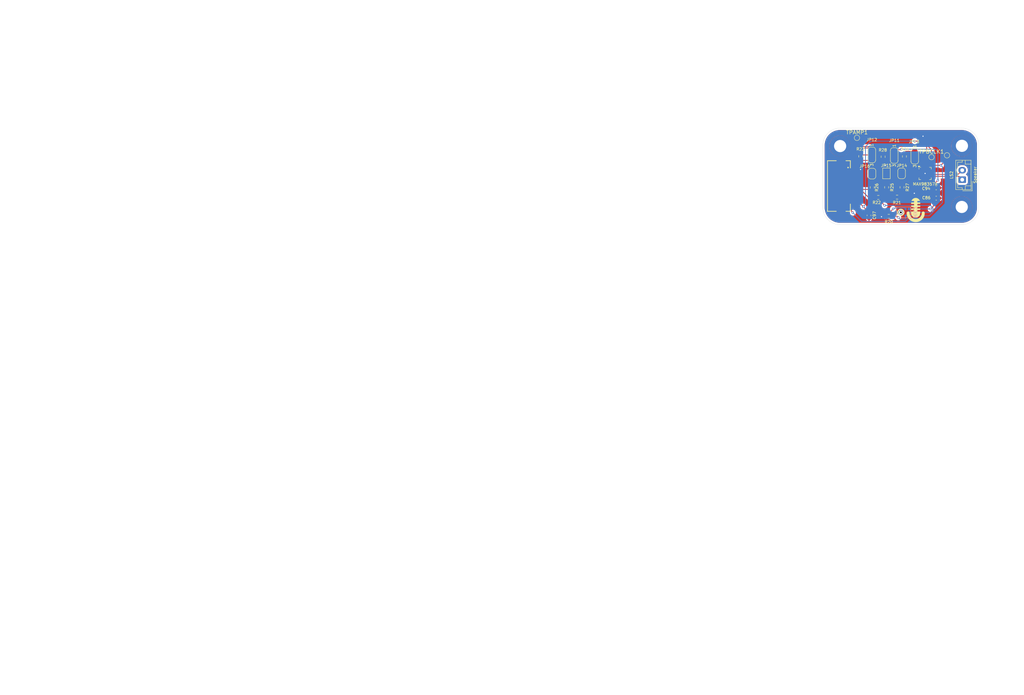
<source format=kicad_pcb>
(kicad_pcb
	(version 20241229)
	(generator "pcbnew")
	(generator_version "9.0")
	(general
		(thickness 1.646)
		(legacy_teardrops no)
	)
	(paper "A4")
	(layers
		(0 "F.Cu" signal)
		(2 "B.Cu" signal)
		(9 "F.Adhes" user "F.Adhesive")
		(11 "B.Adhes" user "B.Adhesive")
		(13 "F.Paste" user)
		(15 "B.Paste" user)
		(5 "F.SilkS" user "F.Silkscreen")
		(7 "B.SilkS" user "B.Silkscreen")
		(1 "F.Mask" user)
		(3 "B.Mask" user)
		(17 "Dwgs.User" user "User.Drawings")
		(19 "Cmts.User" user "User.Comments")
		(21 "Eco1.User" user "User.Eco1")
		(23 "Eco2.User" user "User.Eco2")
		(25 "Edge.Cuts" user)
		(27 "Margin" user)
		(31 "F.CrtYd" user "F.Courtyard")
		(29 "B.CrtYd" user "B.Courtyard")
		(35 "F.Fab" user)
		(33 "B.Fab" user)
		(39 "User.1" user)
		(41 "User.2" user)
		(43 "User.3" user)
		(45 "User.4" user)
		(47 "User.5" user)
		(49 "User.6" user)
		(51 "User.7" user)
		(53 "User.8" user)
		(55 "User.9" user)
	)
	(setup
		(stackup
			(layer "F.SilkS"
				(type "Top Silk Screen")
				(material "Liquid Photo")
			)
			(layer "F.Paste"
				(type "Top Solder Paste")
			)
			(layer "F.Mask"
				(type "Top Solder Mask")
				(color "Purple")
				(thickness 0.0254)
				(material "SMOBC")
				(epsilon_r 3.3)
				(loss_tangent 0)
			)
			(layer "F.Cu"
				(type "copper")
				(thickness 0.0356)
			)
			(layer "dielectric 1"
				(type "core")
				(thickness 1.524)
				(material "FR4")
				(epsilon_r 4.5)
				(loss_tangent 0.02)
			)
			(layer "B.Cu"
				(type "copper")
				(thickness 0.0356)
			)
			(layer "B.Mask"
				(type "Bottom Solder Mask")
				(color "Purple")
				(thickness 0.0254)
				(material "SMOBC")
				(epsilon_r 3.3)
				(loss_tangent 0)
			)
			(layer "B.Paste"
				(type "Bottom Solder Paste")
			)
			(layer "B.SilkS"
				(type "Bottom Silk Screen")
				(material "Liquid Photo")
			)
			(copper_finish "ENIG")
			(dielectric_constraints no)
		)
		(pad_to_mask_clearance 0.0762)
		(solder_mask_min_width 0.1016)
		(allow_soldermask_bridges_in_footprints yes)
		(tenting front back)
		(aux_axis_origin 127.20111 115.16359)
		(grid_origin 127.20111 115.16359)
		(pcbplotparams
			(layerselection 0x00000000_00000000_55555555_5755f5ff)
			(plot_on_all_layers_selection 0x00000000_00000000_00000000_00000000)
			(disableapertmacros no)
			(usegerberextensions no)
			(usegerberattributes yes)
			(usegerberadvancedattributes yes)
			(creategerberjobfile yes)
			(dashed_line_dash_ratio 12.000000)
			(dashed_line_gap_ratio 3.000000)
			(svgprecision 4)
			(plotframeref no)
			(mode 1)
			(useauxorigin no)
			(hpglpennumber 1)
			(hpglpenspeed 20)
			(hpglpendiameter 15.000000)
			(pdf_front_fp_property_popups yes)
			(pdf_back_fp_property_popups yes)
			(pdf_metadata yes)
			(pdf_single_document no)
			(dxfpolygonmode yes)
			(dxfimperialunits yes)
			(dxfusepcbnewfont yes)
			(psnegative no)
			(psa4output no)
			(plot_black_and_white yes)
			(sketchpadsonfab no)
			(plotpadnumbers no)
			(hidednponfab no)
			(sketchdnponfab yes)
			(crossoutdnponfab yes)
			(subtractmaskfromsilk no)
			(outputformat 1)
			(mirror no)
			(drillshape 1)
			(scaleselection 1)
			(outputdirectory "")
		)
	)
	(net 0 "")
	(net 1 "GND")
	(net 2 "+3.3V")
	(net 3 "Net-(JP11-C)")
	(net 4 "Net-(JP12-C)")
	(net 5 "Net-(JP13-B)")
	(net 6 "Net-(JP14-A)")
	(net 7 "Net-(JP15-A)")
	(net 8 "Net-(JP16-A)")
	(net 9 "Net-(U7-OUTN)")
	(net 10 "Net-(U7-OUTP)")
	(net 11 "Net-(MK2-SD)")
	(net 12 "unconnected-(U7-NC-Pad6)")
	(net 13 "unconnected-(U7-NC-Pad5)")
	(net 14 "unconnected-(U7-NC-Pad12)")
	(net 15 "unconnected-(U7-NC-Pad13)")
	(net 16 "/AUDIO_INT")
	(net 17 "unconnected-(X2-Pad5)")
	(net 18 "unconnected-(X2-Pad2)")
	(net 19 "unconnected-(X2-Pad6)")
	(net 20 "unconnected-(X2-Pad8)")
	(net 21 "unconnected-(X2-Pad4)")
	(net 22 "unconnected-(X2-Pad9)")
	(net 23 "unconnected-(X2-Pad7)")
	(net 24 "unconnected-(X2-Pad16)")
	(net 25 "/BCLK")
	(net 26 "/SCL")
	(net 27 "/SDA")
	(net 28 "/Audio Subsystem/~{SD_MODE}")
	(net 29 "/Audio Subsystem/GAIN_SLOT")
	(net 30 "/LRCLK")
	(net 31 "/~{AMP_SD}")
	(net 32 "/MIC_DOUT")
	(net 33 "/AMP_DIN")
	(net 34 "Net-(MK2-LR)")
	(footprint "Resistor_SMD:R_0603_1608Metric" (layer "F.Cu") (at 246.88 62.7 -90))
	(footprint "Connector_JST:JST_EH_B2B-EH-A_1x02_P2.50mm_Vertical" (layer "F.Cu") (at 266.75 60.7 90))
	(footprint "Resistor_SMD:R_0603_1608Metric" (layer "F.Cu") (at 247.46 70.33 180))
	(footprint "Capacitor_SMD:C_0603_1608Metric" (layer "F.Cu") (at 259.92 65.55))
	(footprint "capstone-project:Adafruit EYESPI FPC Connector" (layer "F.Cu") (at 234.35 62.35 -90))
	(footprint "Jumper:SolderJumper-2_P1.3mm_Open_RoundedPad1.0x1.5mm" (layer "F.Cu") (at 250.83 59.04 90))
	(footprint "TestPoint:TestPoint_Pad_D1.0mm" (layer "F.Cu") (at 258.68 54.76))
	(footprint "MountingHole:MountingHole_3.2mm_M3_ISO14580_Pad" (layer "F.Cu") (at 234.67 51.85))
	(footprint "MountingHole:MountingHole_3.2mm_M3_ISO14580_Pad" (layer "F.Cu") (at 266.67 51.79))
	(footprint "Resistor_SMD:R_0603_1608Metric" (layer "F.Cu") (at 245.96 54.655 -90))
	(footprint "Jumper:SolderJumper-3_P1.3mm_Open_RoundedPad1.0x1.5mm_NumberLabels" (layer "F.Cu") (at 254.28 54.51 -90))
	(footprint "Resistor_SMD:R_0603_1608Metric" (layer "F.Cu") (at 251.57 54.575 -90))
	(footprint "Jumper:SolderJumper-3_P1.3mm_Bridged12_RoundedPad1.0x1.5mm_NumberLabels" (layer "F.Cu") (at 243 54.19 -90))
	(footprint "Jumper:SolderJumper-2_P1.3mm_Open_RoundedPad1.0x1.5mm" (layer "F.Cu") (at 243.05 59.1 90))
	(footprint "Jumper:SolderJumper-2_P1.3mm_Bridged_Pad1.0x1.5mm" (layer "F.Cu") (at 246.84 59.04 90))
	(footprint "Resistor_SMD:R_0603_1608Metric" (layer "F.Cu") (at 243.1 62.73 90))
	(footprint "Resistor_SMD:R_0603_1608Metric" (layer "F.Cu") (at 250.93 62.7 -90))
	(footprint "Jumper:SolderJumper-3_P1.3mm_Open_RoundedPad1.0x1.5mm_NumberLabels" (layer "F.Cu") (at 248.88 54.34 -90))
	(footprint "MountingHole:MountingHole_3.2mm_M3_ISO14580_Pad" (layer "F.Cu") (at 266.63 67.86))
	(footprint "TestPoint:TestPoint_Pad_D1.0mm" (layer "F.Cu") (at 262.75 54.29))
	(footprint "TestPoint:TestPoint_Pad_D1.0mm" (layer "F.Cu") (at 239.09 49.69))
	(footprint "Capacitor_SMD:C_0603_1608Metric" (layer "F.Cu") (at 259.92 62.84))
	(footprint "Resistor_SMD:R_0603_1608Metric" (layer "F.Cu") (at 249.63 65.28))
	(footprint "Resistor_SMD:R_0603_1608Metric" (layer "F.Cu") (at 244.695 65.35 180))
	(footprint "Resistor_SMD:R_0603_1608Metric" (layer "F.Cu") (at 240.09 54.545 -90))
	(footprint "Capacitor_SMD:C_0603_1608Metric" (layer "F.Cu") (at 242.26 70.08 -90))
	(footprint "Package_DFN_QFN:TQFN-16-1EP_3x3mm_P0.5mm_EP1.23x1.23mm" (layer "F.Cu") (at 257 59.05))
	(footprint "Sensor_Audio:InvenSense_ICS-43434-6_3.5x2.65mm" (layer "B.Cu") (at 251.34 69.2825 90))
	(gr_poly
		(pts
			(xy 256.531673 69.061855) (xy 256.551715 69.063195) (xy 256.57136 69.065427) (xy 256.590609 69.068552)
			(xy 256.60946 69.072571) (xy 256.627915 69.077482) (xy 256.645973 69.083286) (xy 256.663633 69.089984)
			(xy 256.680897 69.097574) (xy 256.697765 69.106057) (xy 256.714235 69.115433) (xy 256.730308 69.125702)
			(xy 256.745985 69.136864) (xy 256.761265 69.14892) (xy 256.776147 69.161868) (xy 256.790633 69.175709)
			(xy 256.804474 69.190195) (xy 256.817422 69.205078) (xy 256.829478 69.220357) (xy 256.84064 69.236034)
			(xy 256.850909 69.252107) (xy 256.860285 69.268578) (xy 256.868768 69.285445) (xy 256.876358 69.302709)
			(xy 256.883056 69.32037) (xy 256.88886 69.338428) (xy 256.893771 69.356882) (xy 256.89779 69.375734)
			(xy 256.900915 69.394982) (xy 256.903147 69.414627) (xy 256.904487 69.43467) (xy 256.904933 69.455109)
			(xy 256.903693 69.537187) (xy 256.899972 69.618324) (xy 256.893771 69.698517) (xy 256.885089 69.777768)
			(xy 256.873927 69.856076) (xy 256.860285 69.933442) (xy 256.844162 70.009866) (xy 256.825558 70.085346)
			(xy 256.804474 70.159884) (xy 256.78091 70.23348) (xy 256.754865 70.306133) (xy 256.726339 70.377843)
			(xy 256.695333 70.448611) (xy 256.661847 70.518436) (xy 256.62588 70.587319) (xy 256.587433 70.655259)
			(xy 256.546828 70.721884) (xy 256.504387 70.786823) (xy 256.460111 70.850075) (xy 256.413999 70.91164)
			(xy 256.366052 70.971519) (xy 256.316269 71.02971) (xy 256.26465 71.086215) (xy 256.211196 71.141034)
			(xy 256.155906 71.194165) (xy 256.098781 71.24561) (xy 256.03982 71.295369) (xy 255.979024 71.34344)
			(xy 255.916392 71.389825) (xy 255.851925 71.434523) (xy 255.785622 71.477534) (xy 255.717483 71.518859)
			(xy 255.64808 71.55805) (xy 255.577982 71.594662) (xy 255.507189 71.628694) (xy 255.435702 71.660146)
			(xy 255.363521 71.689019) (xy 255.290644 71.715312) (xy 255.217074 71.739025) (xy 255.142808 71.760158)
			(xy 255.067849 71.778712) (xy 254.992194 71.794687) (xy 254.915846 71.808081) (xy 254.838802 71.818896)
			(xy 254.761064 71.827131) (xy 254.682632 71.832787) (xy 254.603505 71.835863) (xy 254.523684 71.836359)
			(xy 254.443862 71.834374) (xy 254.364735 71.830009) (xy 254.286303 71.823262) (xy 254.208565 71.814134)
			(xy 254.131522 71.802625) (xy 254.055173 71.788734) (xy 253.979518 71.772462) (xy 253.904559 71.753809)
			(xy 253.830293 71.732775) (xy 253.756723 71.709359) (xy 253.683847 71.683562) (xy 253.611665 71.655384)
			(xy 253.540178 71.624825) (xy 253.469385 71.591884) (xy 253.399287 71.556562) (xy 253.329884 71.518859)
			(xy 253.261745 71.479023) (xy 253.195442 71.437301) (xy 253.130975 71.393694) (xy 253.068343 71.348203)
			(xy 253.007547 71.300826) (xy 252.948586 71.251564) (xy 252.891461 71.200416) (xy 252.836171 71.147384)
			(xy 252.782717 71.092466) (xy 252.731099 71.035664) (xy 252.681316 70.976976) (xy 252.633368 70.916403)
			(xy 252.587256 70.853944) (xy 252.54298 70.789601) (xy 252.500539 70.723373) (xy 252.459934 70.655259)
			(xy 252.421487 70.58583) (xy 252.38552 70.515658) (xy 252.352034 70.444741) (xy 252.321028 70.373081)
			(xy 252.292502 70.300676) (xy 252.266457 70.227527) (xy 252.242893 70.153634) (xy 252.221809 70.078996)
			(xy 252.203205 70.003615) (xy 252.187082 69.927489) (xy 252.17344 69.85062) (xy 252.162278 69.773006)
			(xy 252.153596 69.694648) (xy 252.147395 69.615545) (xy 252.143674 69.535699) (xy 252.142434 69.455109)
			(xy 252.142136 69.43467) (xy 252.142831 69.414627) (xy 252.144517 69.394982) (xy 252.147196 69.375734)
			(xy 252.150867 69.356882) (xy 252.155531 69.338428) (xy 252.161186 69.32037) (xy 252.167834 69.302709)
			(xy 252.175474 69.285445) (xy 252.184106 69.268578) (xy 252.19373 69.252107) (xy 252.204346 69.236034)
			(xy 252.215955 69.220357) (xy 252.228556 69.205078) (xy 252.242149 69.190195) (xy 252.256734 69.175709)
			(xy 252.271989 69.161868) (xy 252.287591 69.14892) (xy 252.30354 69.136864) (xy 252.319837 69.125702)
			(xy 252.336481 69.115433) (xy 252.353472 69.106057) (xy 252.37081 69.097574) (xy 252.388496 69.089984)
			(xy 252.406529 69.083286) (xy 252.424909 69.077482) (xy 252.443637 69.072571) (xy 252.462712 69.068552)
			(xy 252.482134 69.065427) (xy 252.501903 69.063195) (xy 252.52202 69.061855) (xy 252.542484 69.061409)
			(xy 252.562923 69.061855) (xy 252.582965 69.063195) (xy 252.60261 69.065427) (xy 252.621859 69.068552)
			(xy 252.64071 69.072571) (xy 252.659165 69.077482) (xy 252.677223 69.083286) (xy 252.694884 69.089984)
			(xy 252.712148 69.097574) (xy 252.729015 69.106057) (xy 252.745485 69.115433) (xy 252.761559 69.125702)
			(xy 252.777235 69.136864) (xy 252.792515 69.14892) (xy 252.807398 69.161868) (xy 252.821884 69.175709)
			(xy 252.835725 69.190195) (xy 252.848673 69.205078) (xy 252.860728 69.220357) (xy 252.87189 69.236034)
			(xy 252.882159 69.252107) (xy 252.891535 69.268578) (xy 252.900018 69.285445) (xy 252.907609 69.302709)
			(xy 252.914306 69.32037) (xy 252.92011 69.338428) (xy 252.925022 69.356882) (xy 252.92904 69.375734)
			(xy 252.932165 69.394982) (xy 252.934398 69.414627) (xy 252.935737 69.43467) (xy 252.936184 69.455109)
			(xy 252.937994 69.53689) (xy 252.943427 69.617133) (xy 252.95248 69.695838) (xy 252.965156 69.773006)
			(xy 252.981452 69.848635) (xy 253.00137 69.922727) (xy 253.02491 69.99528) (xy 253.052071 70.066296)
			(xy 253.082854 70.135774) (xy 253.117258 70.203714) (xy 253.155283 70.270116) (xy 253.19693 70.334981)
			(xy 253.242199 70.398307) (xy 253.291089 70.460095) (xy 253.343601 70.520346) (xy 253.399734 70.579059)
			(xy 253.458446 70.635192) (xy 253.518697 70.687703) (xy 253.580485 70.736593) (xy 253.643812 70.781862)
			(xy 253.708676 70.823509) (xy 253.775078 70.861535) (xy 253.843018 70.895939) (xy 253.912496 70.926721)
			(xy 253.983512 70.953882) (xy 254.056066 70.977422) (xy 254.130157 70.99734) (xy 254.205787 71.013637)
			(xy 254.282954 71.026312) (xy 254.361659 71.035366) (xy 254.441902 71.040798) (xy 254.523683 71.042609)
			(xy 254.605464 71.040798) (xy 254.685708 71.035366) (xy 254.764413 71.026312) (xy 254.84158 71.013637)
			(xy 254.91721 70.99734) (xy 254.991301 70.977422) (xy 255.063855 70.953882) (xy 255.134871 70.926721)
			(xy 255.204349 70.895939) (xy 255.272289 70.861535) (xy 255.338691 70.823509) (xy 255.403555 70.781862)
			(xy 255.466882 70.736593) (xy 255.52867 70.687703) (xy 255.588921 70.635192) (xy 255.647633 70.579059)
			(xy 255.703766 70.520346) (xy 255.756278 70.460095) (xy 255.805168 70.398307) (xy 255.850437 70.334981)
			(xy 255.892084 70.270116) (xy 255.930109 70.203714) (xy 255.964513 70.135774) (xy 255.995296 70.066296)
			(xy 256.022457 69.99528) (xy 256.045997 69.922727) (xy 256.065915 69.848635) (xy 256.082212 69.773006)
			(xy 256.094887 69.695838) (xy 256.103941 69.617133) (xy 256.109373 69.53689) (xy 256.111184 69.455109)
			(xy 256.110886 69.43467) (xy 256.11158 69.414627) (xy 256.113267 69.394982) (xy 256.115946 69.375734)
			(xy 256.119617 69.356882) (xy 256.12428 69.338428) (xy 256.129936 69.32037) (xy 256.136583 69.302709)
			(xy 256.144223 69.285445) (xy 256.152855 69.268578) (xy 256.162479 69.252107) (xy 256.173096 69.236034)
			(xy 256.184704 69.220357) (xy 256.197305 69.205078) (xy 256.210898 69.190195) (xy 256.225483 69.175709)
			(xy 256.240738 69.161868) (xy 256.256341 69.14892) (xy 256.27229 69.136864) (xy 256.288587 69.125702)
			(xy 256.305231 69.115433) (xy 256.322222 69.106057) (xy 256.33956 69.097574) (xy 256.357246 69.089984)
			(xy 256.375279 69.083286) (xy 256.393659 69.077482) (xy 256.412387 69.072571) (xy 256.431462 69.068552)
			(xy 256.450884 69.065427) (xy 256.470653 69.063195) (xy 256.49077 69.061855) (xy 256.511234 69.061409)
		)
		(stroke
			(width 0)
			(type solid)
		)
		(fill yes)
		(layer "F.SilkS")
		(uuid "36a9b841-2390-407b-8deb-6b91605cce9e")
	)
	(gr_circle
		(center 250.62 69.28)
		(end 251.42 69.28)
		(stroke
			(width 0.3)
			(type solid)
		)
		(fill no)
		(layer "F.SilkS")
		(uuid "50005d7e-449f-4a73-b8e7-c406b882b080")
	)
	(gr_poly
		(pts
			(xy 254.571781 65.487227) (xy 254.619232 65.489832) (xy 254.666039 65.494172) (xy 254.7122 65.50025)
			(xy 254.757717 65.508063) (xy 254.802588 65.517613) (xy 254.846815 65.528899) (xy 254.890397 65.541921)
			(xy 254.933334 65.55668) (xy 254.975626 65.573175) (xy 255.017273 65.591407) (xy 255.058275 65.611375)
			(xy 255.098632 65.633079) (xy 255.138345 65.656519) (xy 255.177412 65.681696) (xy 255.215834 65.708609)
			(xy 255.253215 65.736886) (xy 255.289157 65.766156) (xy 255.32366 65.796418) (xy 255.356725 65.827671)
			(xy 255.388351 65.859918) (xy 255.418538 65.893156) (xy 255.447287 65.927386) (xy 255.474597 65.962609)
			(xy 255.500468 65.998824) (xy 255.524901 66.036031) (xy 255.547895 66.07423) (xy 255.56945 66.113421)
			(xy 255.589566 66.153605) (xy 255.608244 66.194781) (xy 255.625484 66.236949) (xy 255.641284 66.280109)
			(xy 255.120584 66.280109) (xy 255.110365 66.281101) (xy 255.100343 66.28249) (xy 255.090521 66.284276)
			(xy 255.080897 66.286459) (xy 255.071471 66.289039) (xy 255.062243 66.292015) (xy 255.053214 66.295389)
			(xy 255.044384 66.299159) (xy 255.035752 66.303326) (xy 255.027318 66.30789) (xy 255.019083 66.312851)
			(xy 255.011046 66.318209) (xy 255.003208 66.323964) (xy 254.995568 66.330115) (xy 254.988127 66.336664)
			(xy 254.980884 66.343609) (xy 254.973964 66.350852) (xy 254.96749 66.358293) (xy 254.961462 66.365933)
			(xy 254.955881 66.373771) (xy 254.950746 66.381808) (xy 254.946058 66.390043) (xy 254.941817 66.398477)
			(xy 254.938022 66.407109) (xy 254.934673 66.415939) (xy 254.931771 66.424968) (xy 254.929315 66.434196)
			(xy 254.927306 66.443621) (xy 254.925743 66.453246) (xy 254.924627 66.463068) (xy 254.923957 66.473089)
			(xy 254.923734 66.483309) (xy 254.923957 66.493528) (xy 254.924627 66.50355) (xy 254.925743 66.513372)
			(xy 254.927306 66.522996) (xy 254.929315 66.532422) (xy 254.931771 66.54165) (xy 254.934673 66.550678)
			(xy 254.938022 66.559509) (xy 254.941817 66.568141) (xy 254.946058 66.576575) (xy 254.950746 66.58481)
			(xy 254.955881 66.592846) (xy 254.961462 66.600685) (xy 254.96749 66.608325) (xy 254.973964 66.615766)
			(xy 254.980884 66.623009) (xy 254.988127 66.629929) (xy 254.995568 66.636403) (xy 255.003208 66.642431)
			(xy 255.011046 66.648012) (xy 255.019083 66.653147) (xy 255.027318 66.657835) (xy 255.035752 66.662076)
			(xy 255.044384 66.665871) (xy 255.053214 66.66922) (xy 255.062243 66.672122) (xy 255.071471 66.674578)
			(xy 255.080897 66.676587) (xy 255.090521 66.67815) (xy 255.100343 66.679266) (xy 255.110365 66.679936)
			(xy 255.120584 66.680159) (xy 255.717484 66.680159) (xy 255.717484 67.073859) (xy 255.120584 67.073859)
			(xy 255.110365 67.074851) (xy 255.100343 67.07624) (xy 255.090521 67.078026) (xy 255.080897 67.080209)
			(xy 255.071471 67.082788) (xy 255.062243 67.085765) (xy 255.053214 67.089138) (xy 255.044384 67.092909)
			(xy 255.035752 67.097076) (xy 255.027318 67.10164) (xy 255.019083 67.106601) (xy 255.011046 67.111959)
			(xy 255.003208 67.117713) (xy 254.995568 67.123865) (xy 254.988127 67.130414) (xy 254.980884 67.137359)
			(xy 254.973964 67.144602) (xy 254.96749 67.152043) (xy 254.961462 67.159683) (xy 254.955881 67.167521)
			(xy 254.950746 67.175558) (xy 254.946058 67.183793) (xy 254.941817 67.192227) (xy 254.938022 67.200859)
			(xy 254.934673 67.209689) (xy 254.931771 67.218718) (xy 254.929315 67.227946) (xy 254.927306 67.237371)
			(xy 254.925743 67.246996) (xy 254.924627 67.256818) (xy 254.923957 67.266839) (xy 254.923734 67.277059)
			(xy 254.923957 67.287278) (xy 254.924627 67.2973) (xy 254.925743 67.307122) (xy 254.927306 67.316746)
			(xy 254.929315 67.326172) (xy 254.931771 67.3354) (xy 254.934673 67.344428) (xy 254.938022 67.353259)
			(xy 254.941817 67.361891) (xy 254.946058 67.370324) (xy 254.950746 67.37856) (xy 254.955881 67.386596)
			(xy 254.961462 67.394435) (xy 254.96749 67.402075) (xy 254.973964 67.409516) (xy 254.980884 67.416759)
			(xy 254.988127 67.423679) (xy 254.995568 67.430153) (xy 255.003208 67.436181) (xy 255.011046 67.441762)
			(xy 255.019083 67.446897) (xy 255.027318 67.451585) (xy 255.035752 67.455826) (xy 255.044384 67.459621)
			(xy 255.053214 67.46297) (xy 255.062243 67.465872) (xy 255.071471 67.468328) (xy 255.080897 67.470337)
			(xy 255.090521 67.4719) (xy 255.100343 67.473016) (xy 255.110365 67.473686) (xy 255.120584 67.473909)
			(xy 255.717484 67.473909) (xy 255.717484 67.867609) (xy 255.120584 67.867609) (xy 255.110365 67.868601)
			(xy 255.100343 67.86999) (xy 255.090521 67.871776) (xy 255.080897 67.873959) (xy 255.071471 67.876539)
			(xy 255.062243 67.879515) (xy 255.053214 67.882889) (xy 255.044384 67.886659) (xy 255.035752 67.890826)
			(xy 255.027318 67.89539) (xy 255.019083 67.900351) (xy 255.011046 67.905709) (xy 255.003208 67.911463)
			(xy 254.995568 67.917615) (xy 254.988127 67.924164) (xy 254.980884 67.931109) (xy 254.973964 67.938352)
			(xy 254.96749 67.945793) (xy 254.961462 67.953433) (xy 254.955881 67.961271) (xy 254.950746 67.969308)
			(xy 254.946058 67.977543) (xy 254.941817 67.985977) (xy 254.938022 67.994609) (xy 254.934673 68.003439)
			(xy 254.931771 68.012468) (xy 254.929315 68.021696) (xy 254.927306 68.031121) (xy 254.925743 68.040746)
			(xy 254.924627 68.050568) (xy 254.923957 68.060589) (xy 254.923734 68.070809) (xy 254.923957 68.081028)
			(xy 254.924627 68.09105) (xy 254.925743 68.100872) (xy 254.927306 68.110496) (xy 254.929315 68.119922)
			(xy 254.931771 68.129149) (xy 254.934673 68.138178) (xy 254.938022 68.147009) (xy 254.941817 68.155641)
			(xy 254.946058 68.164074) (xy 254.950746 68.17231) (xy 254.955881 68.180346) (xy 254.961462 68.188185)
			(xy 254.96749 68.195824) (xy 254.973964 68.203266) (xy 254.980884 68.210509) (xy 254.988127 68.217429)
			(xy 254.995568 68.223903) (xy 255.003208 68.229931) (xy 255.011046 68.235512) (xy 255.019083 68.240647)
			(xy 255.027318 68.245335) (xy 255.035752 68.249576) (xy 255.044384 68.253371) (xy 255.053214 68.25672)
			(xy 255.062243 68.259622) (xy 255.071471 68.262078) (xy 255.080897 68.264087) (xy 255.090521 68.26565)
			(xy 255.100343 68.266766) (xy 255.110365 68.267436) (xy 255.120584 68.267659) (xy 255.717484 68.267659)
			(xy 255.717484 68.661359) (xy 255.120584 68.661359) (xy 255.110365 68.662351) (xy 255.100343 68.66374)
			(xy 255.090521 68.665526) (xy 255.080897 68.667709) (xy 255.071471 68.670289) (xy 255.062243 68.673265)
			(xy 255.053214 68.676639) (xy 255.044384 68.680409) (xy 255.035752 68.684576) (xy 255.027318 68.68914)
			(xy 255.019083 68.694101) (xy 255.011046 68.699459) (xy 255.003208 68.705214) (xy 254.995568 68.711365)
			(xy 254.988127 68.717913) (xy 254.980884 68.724859) (xy 254.973964 68.732102) (xy 254.96749 68.739543)
			(xy 254.961462 68.747183) (xy 254.955881 68.755021) (xy 254.950746 68.763058) (xy 254.946058 68.771293)
			(xy 254.941817 68.779727) (xy 254.938022 68.788359) (xy 254.934673 68.797189) (xy 254.931771 68.806218)
			(xy 254.929315 68.815445) (xy 254.927306 68.824871) (xy 254.925743 68.834495) (xy 254.924627 68.844318)
			(xy 254.923957 68.854339) (xy 254.923734 68.864559) (xy 254.923957 68.874778) (xy 254.924627 68.8848)
			(xy 254.925743 68.894622) (xy 254.927306 68.904246) (xy 254.929315 68.913672) (xy 254.931771 68.9229)
			(xy 254.934673 68.931929) (xy 254.938022 68.940759) (xy 254.941817 68.949391) (xy 254.946058 68.957825)
			(xy 254.950746 68.96606) (xy 254.955881 68.974097) (xy 254.961462 68.981935) (xy 254.96749 68.989575)
			(xy 254.973964 68.997016) (xy 254.980884 69.004259) (xy 254.988127 69.011179) (xy 254.995568 69.017653)
			(xy 255.003208 69.023681) (xy 255.011046 69.029262) (xy 255.019083 69.034397) (xy 255.027318 69.039085)
			(xy 255.035752 69.043326) (xy 255.044384 69.047121) (xy 255.053214 69.05047) (xy 255.062243 69.053372)
			(xy 255.071471 69.055828) (xy 255.080897 69.057837) (xy 255.090521 69.0594) (xy 255.100343 69.060516)
			(xy 255.110365 69.061186) (xy 255.120584 69.061409) (xy 255.717484 69.061409) (xy 255.717484 69.455109)
			(xy 255.715375 69.516451) (xy 255.710638 69.576652) (xy 255.703271 69.635712) (xy 255.693274 69.693631)
			(xy 255.680649 69.750409) (xy 255.665394 69.806046) (xy 255.64751 69.860541) (xy 255.626996 69.913896)
			(xy 255.603854 69.96611) (xy 255.578082 70.017183) (xy 255.54968 70.067115) (xy 255.51865 70.115906)
			(xy 255.48499 70.163556) (xy 255.4487 70.210064) (xy 255.409782 70.255432) (xy 255.368234 70.299659)
			(xy 255.324751 70.341951) (xy 255.280029 70.381514) (xy 255.234065 70.418349) (xy 255.186862 70.452456)
			(xy 255.138418 70.483834) (xy 255.088735 70.512483) (xy 255.037811 70.538404) (xy 254.985646 70.561596)
			(xy 254.932242 70.58206) (xy 254.877597 70.599796) (xy 254.821712 70.614802) (xy 254.764587 70.627081)
			(xy 254.706222 70.63663) (xy 254.646616 70.643452) (xy 254.58577 70.647544) (xy 254.523684 70.648909)
			(xy 254.461598 70.647544) (xy 254.400752 70.643452) (xy 254.341146 70.63663) (xy 254.282781 70.627081)
			(xy 254.225655 70.614802) (xy 254.16977 70.599796) (xy 254.115126 70.58206) (xy 254.061721 70.561596)
			(xy 254.009557 70.538404) (xy 253.958633 70.512483) (xy 253.908949 70.483834) (xy 253.860506 70.452456)
			(xy 253.813302 70.418349) (xy 253.767339 70.381514) (xy 253.722616 70.341951) (xy 253.679134 70.299659)
			(xy 253.637611 70.255432) (xy 253.598767 70.210064) (xy 253.562601 70.163556) (xy 253.529115 70.115906)
			(xy 253.498308 70.067115) (xy 253.470179 70.017183) (xy 253.44473 69.96611) (xy 253.421959 69.913896)
			(xy 253.401867 69.860541) (xy 253.384454 69.806046) (xy 253.36972 69.750409) (xy 253.357665 69.693631)
			(xy 253.348289 69.635712) (xy 253.341592 69.576652) (xy 253.337573 69.516451) (xy 253.336234 69.455109)
			(xy 253.336235 69.455109) (xy 253.336235 69.061409) (xy 253.926785 69.061409) (xy 253.935516 69.06193)
			(xy 253.944247 69.061905) (xy 253.952979 69.061335) (xy 253.96171 69.060218) (xy 253.970441 69.058556)
			(xy 253.979172 69.056349) (xy 253.987904 69.053596) (xy 253.996635 69.050296) (xy 254.005366 69.046452)
			(xy 254.014097 69.042061) (xy 254.022829 69.037125) (xy 254.03156 69.031643) (xy 254.040291 69.025616)
			(xy 254.049022 69.019042) (xy 254.057754 69.011924) (xy 254.066485 69.004259) (xy 254.074918 68.996272)
			(xy 254.082757 68.988185) (xy 254.09 68.98) (xy 254.096647 68.971715) (xy 254.1027 68.963331) (xy 254.108157 68.954848)
			(xy 254.113018 68.946266) (xy 254.117285 68.937584) (xy 254.120956 68.928803) (xy 254.124032 68.919923)
			(xy 254.126512 68.910944) (xy 254.128397 68.901865) (xy 254.129687 68.892687) (xy 254.130382 68.88341)
			(xy 254.130481 68.874034) (xy 254.129985 68.864559) (xy 254.128993 68.855083) (xy 254.127603 68.845707)
			(xy 254.125818 68.83643) (xy 254.123635 68.827252) (xy 254.121055 68.818174) (xy 254.118079 68.809195)
			(xy 254.114705 68.800315) (xy 254.110935 68.791534) (xy 254.106768 68.782852) (xy 254.102204 68.77427)
			(xy 254.097243 68.765786) (xy 254.091885 68.757402) (xy 254.08613 68.749118) (xy 254.079979 68.740932)
			(xy 254.07343 68.732846) (xy 254.066485 68.724859) (xy 254.059242 68.717169) (xy 254.0518 68.709976)
			(xy 254.044161 68.703279) (xy 254.036322 68.697077) (xy 254.028286 68.691372) (xy 254.02005 68.686163)
			(xy 254.011617 68.681451) (xy 254.002985 68.677234) (xy 253.994154 68.673513) (xy 253.985125 68.670288)
			(xy 253.975898 68.66756) (xy 253.966472 68.665328) (xy 253.956848 68.663591) (xy 253.947025 68.662351)
			(xy 253.937004 68.661607) (xy 253.926785 68.661359) (xy 253.336235 68.661359) (xy 253.336235 68.267659)
			(xy 253.926785 68.267659) (xy 253.935516 68.26818) (xy 253.944247 68.268155) (xy 253.952979 68.267585)
			(xy 253.96171 68.266468) (xy 253.970441 68.264807) (xy 253.979172 68.262599) (xy 253.987904 68.259846)
			(xy 253.996635 68.256547) (xy 254.005366 68.252702) (xy 254.014097 68.248311) (xy 254.022829 68.243375)
			(xy 254.03156 68.237893) (xy 254.040291 68.231866) (xy 254.049022 68.225293) (xy 254.057754 68.218174)
			(xy 254.066485 68.210509) (xy 254.074918 68.202522) (xy 254.082757 68.194436) (xy 254.09 68.18625)
			(xy 254.096647 68.177965) (xy 254.1027 68.169581) (xy 254.108157 68.161098) (xy 254.113018 68.152515)
			(xy 254.117285 68.143834) (xy 254.120956 68.135053) (xy 254.124032 68.126173) (xy 254.126512 68.117194)
			(xy 254.128397 68.108115) (xy 254.129687 68.098937) (xy 254.130382 68.08966) (xy 254.130481 68.080284)
			(xy 254.129985 68.070809) (xy 254.128993 68.061334) (xy 254.127603 68.051957) (xy 254.125818 68.04268)
			(xy 254.123635 68.033503) (xy 254.121055 68.024424) (xy 254.118079 68.015445) (xy 254.114705 68.006565)
			(xy 254.110935 67.997784) (xy 254.106768 67.989102) (xy 254.102204 67.98052) (xy 254.097243 67.972037)
			(xy 254.091885 67.963653) (xy 254.08613 67.955368) (xy 254.079979 67.947182) (xy 254.07343 67.939096)
			(xy 254.066485 67.931109) (xy 254.059242 67.92342) (xy 254.0518 67.916226) (xy 254.044161 67.909529)
			(xy 254.036322 67.903328) (xy 254.028286 67.897623) (xy 254.02005 67.892414) (xy 254.011617 67.887701)
			(xy 254.002985 67.883484) (xy 253.994154 67.879763) (xy 253.985125 67.876539) (xy 253.975898 67.87381)
			(xy 253.966472 67.871578) (xy 253.956848 67.869841) (xy 253.947025 67.868601) (xy 253.937004 67.867857)
			(xy 253.926785 67.867609) (xy 253.336235 67.867609) (xy 253.336235 67.473909) (xy 253.926785 67.473909)
			(xy 253.935516 67.47443) (xy 253.944247 67.474405) (xy 253.952979 67.473835) (xy 253.96171 67.472718)
			(xy 253.970441 67.471056) (xy 253.979172 67.468849) (xy 253.987904 67.466095) (xy 253.996635 67.462796)
			(xy 254.005366 67.458952) (xy 254.014097 67.454561) (xy 254.022829 67.449625) (xy 254.03156 67.444143)
			(xy 254.040291 67.438116) (xy 254.049022 67.431543) (xy 254.057754 67.424424) (xy 254.066485 67.416759)
			(xy 254.074918 67.408772) (xy 254.082757 67.400686) (xy 254.09 67.3925) (xy 254.096647 67.384215)
			(xy 254.1027 67.375831) (xy 254.108157 67.367348) (xy 254.113018 67.358766) (xy 254.117285 67.350084)
			(xy 254.120956 67.341303) (xy 254.124032 67.332423) (xy 254.126512 67.323444) (xy 254.128397 67.314365)
			(xy 254.129687 67.305188) (xy 254.130382 67.295911) (xy 254.130481 67.286534) (xy 254.129985 67.277059)
			(xy 254.128993 67.267584) (xy 254.127603 67.258207) (xy 254.125818 67.24893) (xy 254.123635 67.239753)
			(xy 254.121055 67.230674) (xy 254.118079 67.221695) (xy 254.114705 67.212815) (xy 254.110935 67.204034)
			(xy 254.106768 67.195352) (xy 254.102204 67.18677) (xy 254.097243 67.178287) (xy 254.091885 67.169903)
			(xy 254.08613 67.161618) (xy 254.079979 67.153432) (xy 254.07343 67.145346) (xy 254.066485 67.137359)
			(xy 254.059242 67.129669) (xy 254.0518 67.122476) (xy 254.044161 67.115779) (xy 254.036322 67.109578)
			(xy 254.028286 67.103873) (xy 254.02005 67.098664) (xy 254.011617 67.093951) (xy 254.002985 67.089734)
			(xy 253.994154 67.086013) (xy 253.985125 67.082789) (xy 253.975898 67.08006) (xy 253.966472 67.077828)
			(xy 253.956848 67.076091) (xy 253.947025 67.074851) (xy 253.937004 67.074107) (xy 253.926785 67.073859)
			(xy 253.336235 67.073859) (xy 253.336235 66.680159) (xy 253.926785 66.680159) (xy 253.935516 66.68068)
			(xy 253.944247 66.680655) (xy 253.952979 66.680084) (xy 253.96171 66.678968) (xy 253.970441 66.677306)
			(xy 253.979172 66.675099) (xy 253.987904 66.672345) (xy 253.996635 66.669046) (xy 254.005366 66.665202)
			(xy 254.014097 66.660811) (xy 254.022829 66.655875) (xy 254.03156 66.650393) (xy 254.040291 66.644366)
			(xy 254.049022 66.637792) (xy 254.057754 66.630674) (xy 254.066485 66.623009) (xy 254.074918 66.615022)
			(xy 254.082757 66.606935) (xy 254.09 66.59875) (xy 254.096647 66.590465) (xy 254.1027 66.582081)
			(xy 254.108157 66.573598) (xy 254.113018 66.565016) (xy 254.117285 66.556334) (xy 254.120956 66.547553)
			(xy 254.124032 66.538673) (xy 254.126512 66.529694) (xy 254.128397 66.520615) (xy 254.129687 66.511437)
			(xy 254.130382 66.50216) (xy 254.130481 66.492784) (xy 254.129985 66.483309) (xy 254.128993 66.473833)
			(xy 254.127603 66.464457) (xy 254.125818 66.45518) (xy 254.123635 66.446003) (xy 254.121055 66.436924)
			(xy 254.118079 66.427945) (xy 254.114705 66.419065) (xy 254.110935 66.410284) (xy 254.106768 66.401602)
			(xy 254.102204 66.39302) (xy 254.097243 66.384537) (xy 254.091885 66.376153) (xy 254.08613 66.367868)
			(xy 254.079979 66.359682) (xy 254.07343 66.351596) (xy 254.066485 66.343609) (xy 254.059242 66.335919)
			(xy 254.0518 66.328726) (xy 254.044161 66.322029) (xy 254.036322 66.315828) (xy 254.028286 66.310123)
			(xy 254.02005 66.304914) (xy 254.011617 66.300201) (xy 254.002985 66.295984) (xy 253.994154 66.292263)
			(xy 253.985125 66.289039) (xy 253.975898 66.28631) (xy 253.966472 66.284078) (xy 253.956848 66.282341)
			(xy 253.947025 66.281101) (xy 253.937004 66.280357) (xy 253.926785 66.280109) (xy 253.406085 66.280109)
			(xy 253.422654 66.236949) (xy 253.440613 66.194781) (xy 253.45996 66.153605) (xy 253.480697 66.113421)
			(xy 253.502823 66.07423) (xy 253.526338 66.036031) (xy 253.551242 65.998824) (xy 253.577535 65.962609)
			(xy 253.605217 65.927386) (xy 253.634288 65.893156) (xy 253.664748 65.859918) (xy 253.696597 65.827671)
			(xy 253.729835 65.796418) (xy 253.764463 65.766156) (xy 253.800479 65.736886) (xy 253.837885 65.708609)
			(xy 253.876282 65.681696) (xy 253.915275 65.656519) (xy 253.954863 65.633079) (xy 253.995047 65.611375)
			(xy 254.035826 65.591407) (xy 254.0772 65.573175) (xy 254.11917 65.55668) (xy 254.161735 65.541921)
			(xy 254.204895 65.528899) (xy 254.24865 65.517613) (xy 254.293001 65.508063) (xy 254.337947 65.50025)
			(xy 254.383489 65.494172) (xy 254.429625 65.489832) (xy 254.476357 65.487227) (xy 254.523685 65.486359)
		)
		(stroke
			(width 0)
			(type solid)
		)
		(fill yes)
		(layer "F.SilkS")
		(uuid "c6b414e4-656f-442e-b230-175e3a7b7c06")
	)
	(gr_rect
		(start 13.97 13.553766)
		(end 120.015 109.438765)
		(stroke
			(width 0.1)
			(type solid)
		)
		(fill no)
		(locked yes)
		(layer "Cmts.User")
		(uuid "06f82a5e-6ec5-40f4-8fe2-eada41d198cd")
	)
	(gr_rect
		(start 121.733047 13.553766)
		(end 218.253047 109.438765)
		(stroke
			(width 0.1)
			(type solid)
		)
		(fill no)
		(locked yes)
		(layer "Cmts.User")
		(uuid "5e4604da-200b-4b1e-8e93-974a5071a8aa")
	)
	(gr_rect
		(start 176.875782 111.142017)
		(end 238.470782 164.013376)
		(stroke
			(width 0.1)
			(type solid)
		)
		(fill no)
		(locked yes)
		(layer "Cmts.User")
		(uuid "669609ef-d67b-45ec-9040-6d99d8bf31d1")
	)
	(gr_rect
		(start 13.97 111.125)
		(end 175.26 196.142261)
		(stroke
			(width 0.1)
			(type solid)
		)
		(fill no)
		(locked yes)
		(layer "Cmts.User")
		(uuid "83f329e0-1297-4c5f-b114-bfa5a1916841")
	)
	(gr_rect
		(start 220.073413 13.493882)
		(end 282.938413 109.438765)
		(stroke
			(width 0.1)
			(type solid)
		)
		(fill no)
		(locked yes)
		(layer "Cmts.User")
		(uuid "9fabfe7d-2438-460c-b210-23c33e8f8331")
	)
	(gr_line
		(start 271.125604 68.004415)
		(end 271.125614 51.644403)
		(stroke
			(width 0.05)
			(type solid)
		)
		(layer "Edge.Cuts")
		(uuid "3a740e93-300b-439e-9404-fea44caebf33")
	)
	(gr_line
		(start 234.6256 72.504415)
		(end 266.6255 72.504415)
		(stroke
			(width 0.05)
			(type solid)
		)
		(layer "Edge.Cuts")
		(uuid "73002e5a-b78b-4b62-a9f0-312427c6edd1")
	)
	(gr_arc
		(start 230.125604 51.6444)
		(mid 231.443597 48.46239)
		(end 234.6255 47.144405)
		(stroke
			(width 0.05)
			(type solid)
		)
		(layer "Edge.Cuts")
		(uuid "7821c499-8731-49da-b312-eb2cfc75110d")
	)
	(gr_arc
		(start 234.6256 72.504415)
		(mid 231.449125 71.191898)
		(end 230.125614 68.019988)
		(stroke
			(width 0.05)
			(type solid)
		)
		(layer "Edge.Cuts")
		(uuid "8a948e58-3990-4e00-b038-d1045ffd0688")
	)
	(gr_line
		(start 230.125614 51.644395)
		(end 230.125614 68.019988)
		(stroke
			(width 0.05)
			(type solid)
		)
		(layer "Edge.Cuts")
		(uuid "8bae96d4-64e4-438b-9479-76a9940d34f3")
	)
	(gr_arc
		(start 271.125604 68.0043)
		(mid 269.807554 71.186354)
		(end 266.6255 72.504404)
		(stroke
			(width 0.05)
			(type solid)
		)
		(layer "Edge.Cuts")
		(uuid "a3c9cd45-9222-4fc4-a057-077648b17067")
	)
	(gr_line
		(start 266.625594 47.144395)
		(end 234.625499 47.144405)
		(stroke
			(width 0.05)
			(type solid)
		)
		(layer "Edge.Cuts")
		(uuid "b4346225-a64f-4b86-b478-274610ef7f9d")
	)
	(gr_arc
		(start 266.6256 47.144395)
		(mid 269.807585 48.462417)
		(end 271.125605 51.644403)
		(stroke
			(width 0.05)
			(type solid)
		)
		(layer "Edge.Cuts")
		(uuid "e1763ac3-22fd-4cd7-a49f-f0385c5506ac")
	)
	(gr_line
		(start 234.6262 73.504445)
		(end 266.625594 73.504435)
		(stroke
			(width 2)
			(type solid)
		)
		(layer "User.3")
		(uuid "13bdd82a-8964-43cb-9740-62af6c5d1496")
	)
	(gr_arc
		(start 229.125587 68.006907)
		(mid 229.125585 68.005661)
		(end 229.125584 68.004415)
		(stroke
			(width 2)
			(type solid)
		)
		(layer "User.3")
		(uuid "15f09492-08f5-4583-8846-48c42e5f9db7")
	)
	(gr_arc
		(start 229.125584 51.6444)
		(mid 230.736504 47.755302)
		(end 234.625602 46.144385)
		(stroke
			(width 2)
			(type solid)
		)
		(layer "User.3")
		(uuid "1807de6c-a131-49d4-a26b-f45997d49e2f")
	)
	(gr_arc
		(start 234.6262 73.504445)
		(mid 234.624661 73.504444)
		(end 234.623122 73.504442)
		(stroke
			(width 2)
			(type solid)
		)
		(layer "User.3")
		(uuid "1b838a59-4c4c-40a9-bc4f-5eca3dc6d0c1")
	)
	(gr_line
		(start 234.623122 73.504442)
		(end 234.623122 73.504444)
		(stroke
			(width 2)
			(type default)
		)
		(layer "User.3")
		(uuid "1d11eb6a-ecf1-4142-ba48-855e3e9c5b5e")
	)
	(gr_arc
		(start 272.125641 51.641901)
		(mid 272.125643 51.643148)
		(end 272.125644 51.644395)
		(stroke
			(width 2)
			(type solid)
		)
		(layer "User.3")
		(uuid "20568398-d879-4d21-907d-cfb24a955078")
	)
	(gr_arc
		(start 234.623122 73.504444)
		(mid 230.736491 71.893529)
		(end 229.125585 68.006907)
		(stroke
			(width 2)
			(type solid)
		)
		(layer "User.3")
		(uuid "4085007c-9ca7-44f2-a3f3-3a27fa63239c")
	)
	(gr_line
		(start 272.125633 51.641904)
		(end 272.125641 51.641901)
		(stroke
			(width 2)
			(type default)
		)
		(layer "User.3")
		(uuid "4386164e-a99d-4522-b16f-420419fa0c3e")
	)
	(gr_arc
		(start 266.62809 46.144376)
		(mid 270.514767 47.755258)
		(end 272.125633 51.641904)
		(stroke
			(width 2)
			(type solid)
		)
		(layer "User.3")
		(uuid "4727f637-752e-402b-829e-057da2ce2a0f")
	)
	(gr_line
		(start 266.6256 73.504424)
		(end 266.6256 73.504435)
		(stroke
			(width 2)
			(type default)
		)
		(layer "User.3")
		(uuid "51dc2c58-2a30-4b90-a7fc-6cf0400c25bc")
	)
	(gr_arc
		(start 272.125634 51.644397)
		(mid 272.125633 51.643151)
		(end 272.125633 51.641904)
		(stroke
			(width 2)
			(type solid)
		)
		(layer "User.3")
		(uuid "52bfefc5-e752-44fb-802e-b25c6e11f96e")
	)
	(gr_line
		(start 272.125641 51.641901)
		(end 272.125633 51.641904)
		(stroke
			(width 2)
			(type default)
		)
		(layer "User.3")
		(uuid "55b04ef2-40b3-4c44-8d6c-e7651c7daa7a")
	)
	(gr_arc
		(start 229.125584 68.004415)
		(mid 229.125585 68.005661)
		(end 229.125585 68.006907)
		(stroke
			(width 2)
			(type solid)
		)
		(layer "User.3")
		(uuid "5f9bec24-4d12-4a70-8c50-d8e90157d23d")
	)
	(gr_arc
		(start 234.625614 73.504445)
		(mid 234.624368 73.504445)
		(end 234.623122 73.504444)
		(stroke
			(width 2)
			(type solid)
		)
		(layer "User.3")
		(uuid "8151d22a-c551-460b-aaee-267683b278b6")
	)
	(gr_line
		(start 266.625594 73.504435)
		(end 266.6256 73.504435)
		(stroke
			(width 2)
			(type solid)
		)
		(layer "User.3")
		(uuid "849a5d91-d623-4faa-be56-95ff8ef803e1")
	)
	(gr_line
		(start 272.125624 64.006905)
		(end 272.125624 55.644395)
		(stroke
			(width 2)
			(type solid)
		)
		(layer "User.3")
		(uuid "87581a7c-4de4-470c-921d-2cf88d478d00")
	)
	(gr_arc
		(start 266.625594 46.144365)
		(mid 266.62684 46.144366)
		(end 266.628085 46.144368)
		(stroke
			(width 2)
			(type solid)
		)
		(layer "User.3")
		(uuid "9353b9b9-a290-4903-a391-0b42286a7490")
	)
	(gr_line
		(start 234.625614 46.144375)
		(end 266.625594 46.144365)
		(stroke
			(width 2)
			(type solid)
		)
		(layer "User.3")
		(uuid "adbc2abb-782c-4e7d-9af5-ac3a1b5d10a4")
	)
	(gr_line
		(start 234.625614 73.504445)
		(end 234.6262 73.504445)
		(stroke
			(width 2)
			(type default)
		)
		(layer "User.3")
		(uuid "b29e3b95-9d57-4fe4-92c4-68affcddc064")
	)
	(gr_line
		(start 229.125584 64.006905)
		(end 229.125584 55.644395)
		(stroke
			(width 2)
			(type solid)
		)
		(layer "User.3")
		(uuid "b5f8210b-3dc3-4650-bbe9-26c3e03e1532")
	)
	(gr_line
		(start 266.625599 46.144375)
		(end 266.625594 46.144365)
		(stroke
			(width 2)
			(type default)
		)
		(layer "User.3")
		(uuid "c2569347-74a5-48ec-9307-f67d7dcfd67b")
	)
	(gr_arc
		(start 272.125624 68.004421)
		(mid 270.514707 71.893522)
		(end 266.6256 73.504424)
		(stroke
			(width 2)
			(type solid)
		)
		(layer "User.3")
		(uuid "d6de7597-bedf-4db6-8697-d60fd5f6ec95")
	)
	(gr_arc
		(start 266.625599 46.144375)
		(mid 266.626845 46.144375)
		(end 266.62809 46.144376)
		(stroke
			(width 2)
			(type solid)
		)
		(layer "User.3")
		(uuid "e04c2788-6dde-4cd9-84fe-378369182b31")
	)
	(gr_line
		(start 272.125644 51.644395)
		(end 272.125634 51.644397)
		(stroke
			(width 2)
			(type default)
		)
		(layer "User.3")
		(uuid "e24b1cda-5f50-422f-a1d7-25ab8d9f0e09")
	)
	(gr_line
		(start 229.125584 51.644405)
		(end 229.125584 51.6444)
		(stroke
			(width 2)
			(type solid)
		)
		(layer "User.3")
		(uuid "e81b43cc-a00e-4e30-bb81-ea66d19b6797")
	)
	(gr_line
		(start 234.625604 46.144375)
		(end 234.625614 46.144375)
		(stroke
			(width 2)
			(type solid)
		)
		(layer "User.3")
		(uuid "fdaf30a0-a256-408d-b958-bc2f8be2a7cb")
	)
	(gr_line
		(start 234.625614 47.144395)
		(end 234.625602 46.144385)
		(stroke
			(width 0.05)
			(type default)
		)
		(layer "User.4")
		(uuid "375b5204-fc9e-414d-a911-2ad0613d5443")
	)
	(gr_arc
		(start 234.6346 72.504405)
		(mid 231.441281 71.18406)
		(end 230.125614 67.988812)
		(stroke
			(width 0.05)
			(type solid)
		)
		(layer "User.4")
		(uuid "5bebf81c-066a-48bd-89fe-4e66aacac2b1")
	)
	(gr_line
		(start 234.6346 72.504405)
		(end 266.625594 72.504405)
		(stroke
			(width 0.05)
			(type solid)
		)
		(layer "User.4")
		(uuid "722f6b4f-9f5f-44df-bc56-50ab824129c2")
	)
	(gr_line
		(start 266.625594 72.504415)
		(end 266.625594 72.504405)
		(stroke
			(width 0.05)
			(type default)
		)
		(layer "User.4")
		(uuid "7906ff4f-84f0-4bd8-909a-ae38801ea272")
	)
	(gr_arc
		(start 271.125594 68.0044)
		(mid 269.807574 71.186378)
		(end 266.625594 72.504415)
		(stroke
			(width 0.05)
			(type solid)
		)
		(layer "User.4")
		(uuid "cadace62-a52e-43bf-b8ce-30c9c1397282")
	)
	(gr_line
		(start 271.125594 68.0044)
		(end 271.125614 68.0044)
		(stroke
			(width 0.05)
			(type default)
		)
		(layer "User.4")
		(uuid "ecb602a2-54d4-448b-b648-b65249240a8d")
	)
	(segment
		(start 256.75 59.3)
		(end 257 59.05)
		(width 0.2)
		(layer "F.Cu")
		(net 1)
		(uuid "10e60cf3-ac74-4a71-97fe-b4a6ab899816")
	)
	(segment
		(start 257.25 58.8)
		(end 257 59.05)
		(width 0.2)
		(layer "F.Cu")
		(net 1)
		(uuid "1ccfea21-559d-41d4-9e64-fce38d88dc1d")
	)
	(segment
		(start 246.635 70.33)
		(end 245.64 70.33)
		(width 0.2)
		(layer "F.Cu")
		(net 1)
		(uuid "319dcb67-06a8-4b70-a2f1-6fbd4cf820f9")
	)
	(segment
		(start 255.5625 59.3)
		(end 256.75 59.3)
		(width 0.2)
		(layer "F.Cu")
		(net 1)
		(uuid "367cceeb-1ed1-41e7-a23d-084dcf5df401")
	)
	(segment
		(start 238.98 59.1)
		(end 238.99 59.11)
		(width 0.2)
		(layer "F.Cu")
		(net 1)
		(uuid "36e655c1-8795-4314-acbc-f5f43b303a7c")
	)
	(segment
		(start 256.75 58.8)
		(end 257 59.05)
		(width 0.2)
		(layer "F.Cu")
		(net 1)
		(uuid "3ff73bea-1abc-477b-a305-1b2089e809ce")
	)
	(segment
		(start 237.7 59.1)
		(end 238.98 59.1)
		(width 0.2)
		(layer "F.Cu")
		(net 1)
		(uuid "442ceb1f-2a6e-4caa-a18a-391d4d644cdc")
	)
	(segment
		(start 245.64 70.33)
		(end 245.54 70.43)
		(width 0.2)
		(layer "F.Cu")
		(net 1)
		(uuid "75bf891b-2b43-4c17-bd26-75b909b8ada4")
	)
	(segment
		(start 258.4375 58.8)
		(end 257.25 58.8)
		(width 0.2)
		(layer "F.Cu")
		(net 1)
		(uuid "7f32d349-58d4-4dec-99e2-5f24b10312df")
	)
	(segment
		(start 256.75 57.6125)
		(end 256.75 58.8)
		(width 0.2)
		(layer "F.Cu")
		(net 1)
		(uuid "86917781-873f-4fbf-b8aa-d418eda8e315")
	)
	(via
		(at 245.54 70.43)
		(size 0.6)
		(drill 0.3)
		(layers "F.Cu" "B.Cu")
		(net 1)
		(uuid "3f47caf9-b55f-4212-b1da-456f5dbc5b77")
	)
	(via
		(at 246.55 57)
		(size 0.6)
		(drill 0.3)
		(layers "F.Cu" "B.Cu")
		(free yes)
		(net 1)
		(uuid "438affe6-b9bf-4e63-a9d8-f4fa2e294cb5")
	)
	(via
		(at 240.04 58)
		(size 0.6)
		(drill 0.3)
		(layers "F.Cu" "B.Cu")
		(free yes)
		(net 1)
		(uuid "bc4ea484-361c-42ef-b233-2a0e40db4dee")
	)
	(via
		(at 257 59.05)
		(size 0.6)
		(drill 0.3)
		(layers "F.Cu" "B.Cu")
		(net 1)
		(uuid "df24ee72-6221-409f-8d85-054d8916933e")
	)
	(via
		(at 254.17 64.27)
		(size 0.6)
		(drill 0.3)
		(layers "F.Cu" "B.Cu")
		(free yes)
		(net 1)
		(uuid "e937e6dd-dc3a-4d35-abb7-b4203738c417")
	)
	(via
		(at 256.45 49.26)
		(size 0.6)
		(drill 0.3)
		(layers "F.Cu" "B.Cu")
		(free yes)
		(net 1)
		(uuid "ff35ce5a-01d2-410b-8ff7-ec4e7fb16c18")
	)
	(segment
		(start 250.43 68.62)
		(end 248.62 70.43)
		(width 0.2)
		(layer "B.Cu")
		(net 1)
		(uuid "7ffa3933-92cf-422a-9871-329871f12173")
	)
	(segment
		(start 250.63 68.62)
		(end 250.43 68.62)
		(width 0.2)
		(layer "B.Cu")
		(net 1)
		(uuid "b79e9237-9f25-447f-9d3d-4da124c90c04")
	)
	(segment
		(start 245.54 70.43)
		(end 245.380057 70.43)
		(width 0.2)
		(layer "B.Cu")
		(net 1)
		(uuid "d71e4ec2-0e7c-4fd4-8b50-56930eec6950")
	)
	(segment
		(start 248.62 70.43)
		(end 245.54 70.43)
		(width 0.2)
		(layer "B.Cu")
		(net 1)
		(uuid "d8906f1d-ff78-459a-bd8d-46454f7b16ed")
	)
	(segment
		(start 250.6 52.82)
		(end 249.02 52.82)
		(width 0.2)
		(layer "F.Cu")
		(net 2)
		(uuid "11c7223a-13ce-4400-a3c5-7ef46a3274ef")
	)
	(segment
		(start 237.7 54.44)
		(end 237.7 58.1)
		(width 0.2)
		(layer "F.Cu")
		(net 2)
		(uuid "16bd5bea-22cb-4dcd-8207-a1e201deb9f9")
	)
	(segment
		(start 259.145 65.55)
		(end 259.145 62.84)
		(width 0.2)
		(layer "F.Cu")
		(net 2)
		(uuid "3022d131-a09c-4abd-b01a-612d278aa14c")
	)
	(segment
		(start 259.145 62.065)
		(end 259.145 62.84)
		(width 0.2)
		(layer "F.Cu")
		(net 2)
		(uuid "4716c02a-8fb3-4e15-82ed-f3c8bccc3c65")
	)
	(segment
		(start 248.558809 52.358809)
		(end 239.781191 52.358809)
		(width 0.2)
		(layer "F.Cu")
		(net 2)
		(uuid "4c3346b7-b52c-4440-8f7f-a58f571ae132")
	)
	(segment
		(start 257.75 60.4875)
		(end 257.25 60.4875)
		(width 0.2)
		(layer "F.Cu")
		(net 2)
		(uuid "4c4266f3-bcbf-48b7-aef2-13cb86609bcf")
	)
	(segment
		(start 260.36 60.85)
		(end 259.145 62.065)
		(width 0.2)
		(layer "F.Cu")
		(net 2)
		(uuid "5f1b6d6b-2e07-446e-a1f4-88f41fe676e4")
	)
	(segment
		(start 259.145 65.55)
		(end 259.145 67.685)
		(width 0.2)
		(layer "F.Cu")
		(net 2)
		(uuid "5f3d7801-3fd5-4921-bdd0-e8f3060607e5")
	)
	(segment
		(start 250.73 52.69)
		(end 250.6 52.82)
		(width 0.2)
		(layer "F.Cu")
		(net 2)
		(uuid "76510343-5822-4d69-9533-4978de7f18b5")
	)
	(segment
		(start 259.145 61.8825)
		(end 257.75 60.4875)
		(width 0.2)
		(layer "F.Cu")
		(net 2)
		(uuid "7dc1cddf-c97a-4707-b805-74f51fffbaa7")
	)
	(segment
		(start 259.145 62.84)
		(end 259.145 61.8825)
		(width 0.2)
		(layer "F.Cu")
		(net 2)
		(uuid "8fb76e00-af56-4aa3-936f-fd1c33c5e8d6")
	)
	(segment
		(start 239.781191 52.358809)
		(end 237.7 54.44)
		(width 0.2)
		(layer "F.Cu")
		(net 2)
		(uuid "9a3e3af4-0d0c-4022-9f4c-d2a48069c94d")
	)
	(segment
		(start 259.145 67.685)
		(end 258.45 68.38)
		(width 0.2)
		(layer "F.Cu")
		(net 2)
		(uuid "9a81e0da-d92f-4220-aebf-54766dc246a4")
	)
	(segment
		(start 249.02 52.82)
		(end 248.558809 52.358809)
		(width 0.2)
		(layer "F.Cu")
		(net 2)
		(uuid "bf73a387-272a-47cb-9f33-5e37343dbfcd")
	)
	(via
		(at 260.36 60.85)
		(size 0.6)
		(drill 0.3)
		(layers "F.Cu" "B.Cu")
		(net 2)
		(uuid "5aa6f204-1134-4a9d-b837-c9e03d8f5ff9")
	)
	(via
		(at 258.45 68.38)
		(size 0.6)
		(drill 0.3)
		(layers "F.Cu" "B.Cu")
		(net 2)
		(uuid "7ae7bf04-cd67-4451-b9e0-a4744b1ca307")
	)
	(via
		(at 250.73 52.69)
		(size 0.6)
		(drill 0.3)
		(layers "F.Cu" "B.Cu")
		(net 2)
		(uuid "bc5ef8ff-2389-4ada-8f49-b77365694fec")
	)
	(segment
		(start 260.36 53.31)
		(end 260.36 60.85)
		(width 0.2)
		(layer "B.Cu")
		(net 2)
		(uuid "1cc9cf8d-c067-48bf-b58b-01a9824d928f")
	)
	(segment
		(start 252.704 68.3825)
		(end 258.4475 68.3825)
		(width 0.2)
		(layer "B.Cu")
		(net 2)
		(uuid "5c55373d-c9f6-47bc-8ebd-533611d953a0")
	)
	(segment
		(start 250.73 52.69)
		(end 250.74 52.68)
		(width 0.2)
		(layer "B.Cu")
		(net 2)
		(uuid "762b0a64-7b21-4def-b992-0f83548bc584")
	)
	(segment
		(start 259.73 52.68)
		(end 260.36 53.31)
		(width 0.2)
		(layer "B.Cu")
		(net 2)
		(uuid "9cd79a72-3a87-4474-aa9e-003f7198f15f")
	)
	(segment
		(start 258.4475 68.3825)
		(end 258.45 68.38)
		(width 0.2)
		(layer "B.Cu")
		(net 2)
		(uuid "fc0a3892-6df7-4417-a135-493e39be9be1")
	)
	(segment
		(start 250.74 52.68)
		(end 259.73 52.68)
		(width 0.2)
		(layer "B.Cu")
		(net 2)
		(uuid "fd7e9486-7383-4bbb-b123-2053a61ff417")
	)
	(segment
		(start 251.285 54.12)
		(end 252.16 53.245)
		(width 0.2)
		(layer "F.Cu")
		(net 3)
		(uuid "1bdd23b3-0002-4e35-8af7-e3e0733cee3c")
	)
	(segment
		(start 254.28 53.21)
		(end 251.985 53.21)
		(width 0.2)
		(layer "F.Cu")
		(net 3)
		(uuid "1dc45e4b-cd7f-4150-94d0-6806181f6d95")
	)
	(segment
		(start 251.985 53.21)
		(end 251.89 53.305)
		(width 0.2)
		(layer "F.Cu")
		(net 3)
		(uuid "38025487-ab93-4c07-99e0-1504b791ee40")
	)
	(segment
		(start 249.02 54.12)
		(end 251.285 54.12)
		(width 0.2)
		(layer "F.Cu")
		(net 3)
		(uuid "635bd22a-1b2e-46f8-9ff7-7a737ab9bb41")
	)
	(segment
		(start 240.56 54.19)
		(end 240.09 53.72)
		(width 0.2)
		(layer "F.Cu")
		(net 4)
		(uuid "3c1a90b2-44a8-43c0-9a5c-9c7b82dc0fb1")
	)
	(segment
		(start 243 54.19)
		(end 240.56 54.19)
		(width 0.2)
		(layer "F.Cu")
		(net 4)
		(uuid "5bf0b427-a82e-422f-ac28-47070d86d017")
	)
	(segment
		(start 254.28 55.81)
		(end 251.98 55.81)
		(width 0.2)
		(layer "F.Cu")
		(net 5)
		(uuid "785c0cf4-4dff-4cee-9642-6d386025b63d")
	)
	(segment
		(start 251.98 55.81)
		(end 251.57 55.4)
		(width 0.2)
		(layer "F.Cu")
		(net 5)
		(uuid "91890117-9549-4d6e-932c-8c0147f00f49")
	)
	(segment
		(start 250.96 59.82)
		(end 250.83 59.69)
		(width 0.2)
		(layer "F.Cu")
		(net 6)
		(uuid "296ccf28-de1a-4d94-9798-13bfe00146c8")
	)
	(segment
		(start 250.96 61.545)
		(end 250.96 59.82)
		(width 0.2)
		(layer "F.Cu")
		(net 6)
		(uuid "fd51f4cb-dcc4-4702-9992-f60d836066ce")
	)
	(segment
		(start 246.89 59.74)
		(end 246.84 59.69)
		(width 0.2)
		(layer "F.Cu")
		(net 7)
		(uuid "07a75cc7-1874-41ce-a487-b13377a25c0a")
	)
	(segment
		(start 246.89 61.555)
		(end 246.89 59.74)
		(width 0.2)
		(layer "F.Cu")
		(net 7)
		(uuid "28b30d1c-d8a9-4e44-8035-6a0012d8a0c2")
	)
	(segment
		(start 243.18 61.565)
		(end 243.18 59.88)
		(width 0.2)
		(layer "F.Cu")
		(net 8)
		(uuid "663d7dfe-3501-44cf-a8fc-d4c9d5697ff2")
	)
	(segment
		(start 243.18 59.88)
		(end 243.05 59.75)
		(width 0.2)
		(layer "F.Cu")
		(net 8)
		(uuid "86ce58cb-520a-44af-aaa9-a1382b47abb9")
	)
	(segment
		(start 265.65 59.3)
		(end 258.4375 59.3)
		(width 0.2)
		(layer "F.Cu")
		(net 9)
		(uuid "7ff4ef6e-18c8-485f-883c-cfa70874b3e9")
	)
	(segment
		(start 266.75 58.2)
		(end 265.65 59.3)
		(width 0.2)
		(layer "F.Cu")
		(net 9)
		(uuid "b83ff298-4bb0-459d-b16b-2f00ea15d7b4")
	)
	(segment
		(start 265.85 59.8)
		(end 266.75 60.7)
		(width 0.2)
		(layer "F.Cu")
		(net 10)
		(uuid "1294503a-1d3f-403e-8f4b-e82c73ac8168")
	)
	(segment
		(start 258.4375 59.8)
		(end 265.85 59.8)
		(width 0.2)
		(layer "F.Cu")
		(net 10)
		(uuid "be070659-6b3d-417c-8f03-878eaa56d0ba")
	)
	(segment
		(start 246.36 67.46)
		(end 245.52 66.62)
		(width 0.2)
		(layer "F.Cu")
		(net 11)
		(uuid "2f27c27a-3293-4944-9682-a56365d10f2f")
	)
	(segment
		(start 245.52 66.62)
		(end 245.52 65.35)
		(width 0.2)
		(layer "F.Cu")
		(net 11)
		(uuid "50984f46-c9c0-4298-bc52-4c177ebf8d6b")
	)
	(segment
		(start 245.59 65.28)
		(end 245.52 65.35)
		(width 0.2)
		(layer "F.Cu")
		(net 11)
		(uuid "5e55cf19-6412-4561-94ac-c8d42e35ffef")
	)
	(segment
		(start 248.805 65.28)
		(end 245.59 65.28)
		(width 0.2)
		(layer "F.Cu")
		(net 11)
		(uuid "d4040b76-f201-4ecb-ba68-ced99b566f59")
	)
	(via
		(at 246.36 67.46)
		(size 0.6)
		(drill 0.3)
		(layers "F.Cu" "B.Cu")
		(net 11)
		(uuid "2e3fd7e8-af80-4e08-8e03-bab0d9b54863")
	)
	(segment
		(start 259.051 68.131057)
		(end 259.051 68.628943)
		(width 0.2)
		(layer "B.Cu")
		(net 11)
		(uuid "1d533226-e927-45b8-b663-2ecabbe31f69")
	)
	(segment
		(start 258.397443 69.2825)
		(end 252.704 69.2825)
		(width 0.2)
		(layer "B.Cu")
		(net 11)
		(uuid "4a15fade-a999-4c38-aaff-2fd9f97c0a23")
	)
	(segment
		(start 246.36 67.46)
		(end 258.379943 67.46)
		(width 0.2)
		(layer "B.Cu")
		(net 11)
		(uuid "ada5709f-4757-4060-882d-fb96ea1e4db1")
	)
	(segment
		(start 259.051 68.628943)
		(end 258.397443 69.2825)
		(width 0.2)
		(layer "B.Cu")
		(net 11)
		(uuid "c37195be-5ab3-4216-b788-a31dc81d5d7a")
	)
	(segment
		(start 258.379943 67.46)
		(end 259.051 68.131057)
		(width 0.2)
		(layer "B.Cu")
		(net 11)
		(uuid "c975a1c5-7778-4a2d-9782-b3bdaddd3f0d")
	)
	(segment
		(start 244.86 69.305)
		(end 247.655 69.305)
		(width 0.2)
		(layer "F.Cu")
		(net 25)
		(uuid "10c3550c-894c-4a45-b9f4-0bd2780439c4")
	)
	(segment
		(start 256.4271 50.56)
		(end 254.28 50.56)
		(width 0.2)
		(layer "F.Cu")
		(net 25)
		(uuid "182237f4-2a59-464c-8251-2cee72df2653")
	)
	(segment
		(start 258.68 56.298)
		(end 258.48 56.498)
		(width 0.2)
		(layer "F.Cu")
		(net 25)
		(uuid "1a6c036d-f896-4ccb-8e6a-bac87bfc86d7")
	)
	(segment
		(start 242.26 69.305)
		(end 244.86 69.305)
		(width 0.2)
		(layer "F.Cu")
		(net 25)
		(uuid "258496c0-97cb-4498-b64c-ff397e3ffed6")
	)
	(segment
		(start 258.68 52.8129)
		(end 256.4271 50.56)
		(width 0.2)
		(layer "F.Cu")
		(net 25)
		(uuid "27b80caa-682f-4f08-ae76-e3c76b86b90c")
	)
	(segment
		(start 256.25 57.6125)
		(end 256.25 57.184202)
		(width 0.2)
		(layer "F.Cu")
		(net 25)
		(uuid "51aea7e2-3b31-4ee2-b77e-7941d5655dfc")
	)
	(segment
		(start 258.68 54.76)
		(end 258.68 52.8129)
		(width 0.2)
		(layer "F.Cu")
		(net 25)
		(uuid "5a7d0654-b7c8-4f0a-8fcc-38b3d6d15f62")
	)
	(segment
		(start 256.25 57.184202)
		(end 256.936202 56.498)
		(width 0.2)
		(layer "F.Cu")
		(net 25)
		(uuid "648ab2cd-fbcb-42c3-bb07-157a924695b8")
	)
	(segment
		(start 258.68 54.76)
		(end 258.68 56.298)
		(width 0.2)
		(layer "F.Cu")
		(net 25)
		(uuid "66e01572-af22-456f-9593-494c3e060150")
	)
	(segment
		(start 239.055 66.1)
		(end 237.7 66.1)
		(width 0.2)
		(layer "F.Cu")
		(net 25)
		(uuid "709fa029-6eb1-4b59-8858-804925924a26")
	)
	(segment
		(start 256.936202 56.498)
		(end 258.48 56.498)
		(width 0.2)
		(layer "F.Cu")
		(net 25)
		(uuid "77f79bc5-0a15-4969-b7c7-3bc6df6b928c")
	)
	(segment
		(start 240.7425 67.7875)
		(end 239.055 66.1)
		(width 0.2)
		(layer "F.Cu")
		(net 25)
		(uuid "a64f0ca0-0aa7-4f07-bea7-2d6e377e78ef")
	)
	(segment
		(start 247.655 69.305)
		(end 248.58 68.38)
		(width 0.2)
		(layer "F.Cu")
		(net 25)
		(uuid "acfe493a-946f-40ca-a105-fc2818c645a0")
	)
	(segment
		(start 242.26 69.305)
		(end 240.7425 67.7875)
		(width 0.2)
		(layer "F.Cu")
		(net 25)
		(uuid "bb968f7c-51fc-4b6e-b449-3c5ea89bb569")
	)
	(via
		(at 248.58 68.38)
		(size 0.6)
		(drill 0.3)
		(layers "F.Cu" "B.Cu")
		(net 25)
		(uuid "10f69fd2-e2ec-4f48-813b-df74dd69d460")
	)
	(via
		(at 254.28 50.56)
		(size 0.6)
		(drill 0.3)
		(layers "F.Cu" "B.Cu")
		(net 25)
		(uuid "45a80d05-3107-492a-8b0e-592cfb391fd1")
	)
	(via
		(at 240.7425 67.7875)
		(size 0.6)
		(drill 0.3)
		(layers "F.Cu" "B.Cu")
		(net 25)
		(uuid "cb3a27b0-ed7a-4f12-a9b9-117d972dffe6")
	)
	(segment
		(start 248.58 68.38)
		(end 248.796 68.164)
		(width 0.2)
		(layer "B.Cu")
		(net 25)
		(uuid "0fc3f2af-7f99-43a6-acea-4420ffe700f3")
	)
	(segment
		(start 241.29 52.03)
		(end 241.34 52.08)
		(width 0.2)
		(layer "B.Cu")
		(net 25)
		(uuid "1d3a5723-0dbd-461d-8946-cc1123a8e705")
	)
	(segment
		(start 242.76 50.56)
		(end 241.29 52.03)
		(width 0.2)
		(layer "B.Cu")
		(net 25)
		(uuid "36690ef8-4e85-4e82-8c88-c61883204039")
	)
	(segment
		(start 241.35 67.18)
		(end 240.7425 67.7875)
		(width 0.2)
		(layer "B.Cu")
		(net 25)
		(uuid "6a6e8f29-7a1d-4ccd-95c4-b9d56370825e")
	)
	(segment
		(start 241.34 57.3)
		(end 241.35 57.31)
		(width 0.2)
		(layer "B.Cu")
		(net 25)
		(uuid "6d3a1e7d-c8aa-4a36-b500-e3357b52838a")
	)
	(segment
		(start 254.28 50.56)
		(end 242.76 50.56)
		(width 0.2)
		(layer "B.Cu")
		(net 25)
		(uuid "72a6f714-c307-40e4-876c-6179021b2450")
	)
	(segment
		(start 248.796 68.164)
		(end 251.6635 68.164)
		(width 0.2)
		(layer "B.Cu")
		(net 25)
		(uuid "9e538cf7-8689-43ce-a4fc-3b102b85955e")
	)
	(segment
		(start 241.34 52.08)
		(end 241.34 57.3)
		(width 0.2)
		(layer "B.Cu")
		(net 25)
		(uuid "be0bb951-985f-4259-a5a3-d6fed83b4520")
	)
	(segment
		(start 241.35 57.31)
		(end 241.35 67.18)
		(width 0.2)
		(layer "B.Cu")
		(net 25)
		(uuid "d36b586b-de42-42f4-a418-363956a3dd57")
	)
	(segment
		(start 251.6635 68.164)
		(end 251.882 68.3825)
		(width 0.2)
		(layer "B.Cu")
		(net 25)
		(uuid "d48d6210-3b8a-49d4-b74b-e866d750575a")
	)
	(segment
		(start 242.96 55.82)
		(end 243.3 55.48)
		(width 0.2)
		(layer "F.Cu")
		(net 28)
		(uuid "1b19b1d2-625e-4c5e-ba42-25ef69071d7b")
	)
	(segment
		(start 243.05 58.28)
		(end 243.05 58.45)
		(width 0.2)
		(layer "F.Cu")
		(net 28)
		(uuid "2a4e138d-0370-466b-8a06-19bc59f1ba34")
	)
	(segment
		(start 253.834202 58.5)
		(end 255.134202 59.8)
		(width 0.2)
		(layer "F.Cu")
		(net 28)
		(uuid "2d791bb1-4a8e-4b57-8dad-ab04bea00ef6")
	)
	(segment
		(start 242.77 55.63)
		(end 242.96 55.82)
		(width 0.2)
		(layer "F.Cu")
		(net 28)
		(uuid "2deb003c-c9ce-4db9-8f73-906989b7b5e0")
	)
	(segment
		(start 247.45 58.5)
		(end 243.1 58.5)
		(width 0.2)
		(layer "F.Cu")
		(net 28)
		(uuid "31fb98b4-98ae-477b-a437-0a961c0dab43")
	)
	(segment
		(start 255.134202 59.8)
		(end 255.5625 59.8)
		(width 0.2)
		(layer "F.Cu")
		(net 28)
		(uuid "32c5e3f9-276d-4340-bd6d-cdaf33605cfb")
	)
	(segment
		(start 240.355 55.63)
		(end 242.77 55.63)
		(width 0.2)
		(layer "F.Cu")
		(net 28)
		(uuid "44fb454c-3ec8-4f8f-9e62-6872117a16c9")
	)
	(segment
		(start 240.21 55.49)
		(end 240.09 55.37)
		(width 0.2)
		(layer "F.Cu")
		(net 28)
		(uuid "5c1bb135-7769-4e16-87ad-b066f71f9d12")
	)
	(segment
		(start 243.1 58.5)
		(end 243.05 58.45)
		(width 0.2)
		(layer "F.Cu")
		(net 28)
		(uuid "6e24e582-61ac-4c37-9d9f-5a43b33b8db0")
	)
	(segment
		(start 251.4 58.5)
		(end 247.45 58.5)
		(width 0.2)
		(layer "F.Cu")
		(net 28)
		(uuid "96e88d87-476d-48dc-aca9-4bb36b14329c")
	)
	(segment
		(start 243 58.4)
		(end 243.05 58.45)
		(width 0.2)
		(layer "F.Cu")
		(net 28)
		(uuid "aa3d3bde-fb7d-4bc8-9373-ef239ef1389c")
	)
	(segment
		(start 243.3 55.48)
		(end 245.96 55.48)
		(width 0.2)
		(layer "F.Cu")
		(net 28)
		(uuid "e0bc2e7a-d0f1-4611-87a3-06124f296b4b")
	)
	(segment
		(start 243 55.49)
		(end 243 58.4)
		(width 0.2)
		(layer "F.Cu")
		(net 28)
		(uuid "e6118ebd-ea38-4067-a4dc-7a75930be05e")
	)
	(segment
		(start 251.4 58.5)
		(end 253.834202 58.5)
		(width 0.2)
		(layer "F.Cu")
		(net 28)
		(uuid "eca3f97f-85b6-4b36-ad21-73c41f70c1a0")
	)
	(segment
		(start 255.032752 54.47)
		(end 255.656 55.093248)
		(width 0.2)
		(layer "F.Cu")
		(net 29)
		(uuid "2bbd6dc4-b923-4244-9b48-18f6ddd4f5cf")
	)
	(segment
		(start 255.656 56.354)
		(end 254.49 57.52)
		(width 0.2)
		(layer "F.Cu")
		(net 29)
		(uuid "6354d0bd-1a2c-4bcc-aace-01091eb8bbc8")
	)
	(segment
		(start 254.6 54.47)
		(end 255.032752 54.47)
		(width 0.2)
		(layer "F.Cu")
		(net 29)
		(uuid "68300566-3613-4ce7-a9d3-00de04a85009")
	)
	(segment
		(start 255.656 55.093248)
		(end 255.656 56.354)
		(width 0.2)
		(layer "F.Cu")
		(net 29)
		(uuid "6c572a94-eb74-44b2-b079-6277aa5b1115")
	)
	(segment
		(start 254.49 57.52)
		(end 254.49 58.32)
		(width 0.2)
		(layer "F.Cu")
		(net 29)
		(uuid "92c10c0a-2553-4113-8811-e5f699323a31")
	)
	(segment
		(start 254.97 58.8)
		(end 255.5625 58.8)
		(width 0.2)
		(layer "F.Cu")
		(net 29)
		(uuid "95cf7ed5-1551-43d3-a04d-15f956c90f58")
	)
	(segment
		(start 254.49 58.32)
		(end 254.97 58.8)
		(width 0.2)
		(layer "F.Cu")
		(net 29)
		(uuid "da58e442-40c9-4147-af89-92c21660b762")
	)
	(segment
		(start 257.535202 56.899)
		(end 260.549 56.899)
		(width 0.2)
		(layer "F.Cu")
		(net 30)
		(uuid "138750f1-a6a5-479b-96c6-8753b01a5b86")
	)
	(segment
		(start 257.25 57.184202)
		(end 257.535202 56.899)
		(width 0.2)
		(layer "F.Cu")
		(net 30)
		(uuid "1b0bb57b-1120-49cf-b34b-a57ea8e85692")
	)
	(segment
		(start 257.25 57.6125)
		(end 257.25 57.184202)
		(width 0.2)
		(layer "F.Cu")
		(net 30)
		(uuid "29992527-a3cb-4b0e-b081-5484b6505f49")
	)
	(segment
		(start 262.54 55.51)
		(end 262.54 54.5)
		(width 0.2)
		(layer "F.Cu")
		(net 30)
		(uuid "29ac8562-1761-4854-9c36-075efeca6ba7")
	)
	(segment
		(start 261.151 56.899)
		(end 260.549 56.899)
		(width 0.2)
		(layer "F.Cu")
		(net 30)
		(uuid "35d072ac-3c38-4f20-b9f8-fd0907d9593f")
	)
	(segment
		(start 237.7 69.05)
		(end 237.7 66.6)
		(width 0.2)
		(layer "F.Cu")
		(net 30)
		(uuid "405fe3f5-1176-4f3b-b140-fa0aae5e9526")
	)
	(segment
		(start 262.54 54.5)
		(end 262.75 54.29)
		(width 0.2)
		(layer "F.Cu")
		(net 30)
		(uuid "41143000-961d-4be3-b6e7-10b6cef70140")
	)
	(segment
		(start 238.01 69.36)
		(end 237.7 69.05)
		(width 0.2)
		(layer "F.Cu")
		(net 30)
		(uuid "84627873-fa5c-47b6-ba2f-dece89d410fd")
	)
	(segment
		(start 262.54 55.51)
		(end 261.151 56.899)
		(width 0.2)
		(layer "F.Cu")
		(net 30)
		(uuid "9a6a8fd3-949e-42e3-96aa-2d78d7ae1881")
	)
	(via
		(at 238.01 69.36)
		(size 0.6)
		(drill 0.3)
		(layers "F.Cu" "B.Cu")
		(net 30)
		(uuid "79ad0590-726b-486b-adaf-bdd31e5018d1")
	)
	(via
		(at 261.151 56.899)
		(size 0.6)
		(drill 0.3)
		(layers "F.Cu" "B.Cu")
		(net 30)
		(uuid "cdfe6d67-a5cf-4a7b-8445-1d99632e1015")
	)
	(segment
		(start 258.064543 70.1825)
		(end 252.704 70.1825)
		(width 0.2)
		(layer "B.Cu")
		(net 30)
		(uuid "29991cde-33e6-4aed-953f-bc9676bc329b")
	)
	(segment
		(start 252.704 70.1825)
		(end 252.704 70.7431)
		(width 0.2)
		(layer "B.Cu")
		(net 30)
		(uuid "40b911ac-b43b-4f37-83ef-06f53b1297f5")
	)
	(segment
		(start 261.151 56.899)
		(end 261.54 57.288)
		(width 0.2)
		(layer "B.Cu")
		(net 30)
		(uuid "5470d507-f4ad-43d6-9feb-a6997d82c449")
	)
	(segment
		(start 240.281 71.631)
		(end 238.01 69.36)
		(width 0.2)
		(layer "B.Cu")
		(net 30)
		(uuid "60f88a11-8396-449f-a60b-9394b3dde9c3")
	)
	(segment
		(start 261.54 66.707043)
		(end 258.064543 70.1825)
		(width 0.2)
		(layer "B.Cu")
		(net 30)
		(uuid "68f7a69e-adb9-46cf-9d64-407e8ad3dbb6")
	)
	(segment
		(start 261.54 57.288)
		(end 261.54 66.707043)
		(width 0.2)
		(layer "B.Cu")
		(net 30)
		(uuid "695a3107-7975-4b21-b3de-516dc8b69611")
	)
	(segment
		(start 252.704 70.7431)
		(end 251.8161 71.631)
		(width 0.2)
		(layer "B.Cu")
		(net 30)
		(uuid "6967d247-1730-4178-9a4d-b217b8d7518d")
	)
	(segment
		(start 251.8161 71.631)
		(end 240.281 71.631)
		(width 0.2)
		(layer "B.Cu")
		(net 30)
		(uuid "7be2355a-b937-4d89-aa8c-e7475b190f0a")
	)
	(segment
		(start 238.651 62.649)
		(end 238.662 62.66)
		(width 0.2)
		(layer "F.Cu")
		(net 31)
		(uuid "3a4a23a7-3180-41ca-a1a3-5828129c6868")
	)
	(segment
		(start 246.9 63.195)
		(end 250.96 63.195)
		(width 0.2)
		(layer "F.Cu")
		(net 31)
		(uuid "3e1ef812-31cd-481e-9019-f8c318170e5e")
	)
	(segment
		(start 246.844 63.251)
		(end 246.9 63.195)
		(width 0.2)
		(layer "F.Cu")
		(net 31)
		(uuid "7529c2b7-0abd-4676-97df-f18484c02bed")
	)
	(segment
		(start 237.7 62.6)
		(end 237.749 62.649)
		(width 0.2)
		(layer "F.Cu")
		(net 31)
		(uuid "893533b6-037a-441d-8934-03eee22cfdbc")
	)
	(segment
		(start 240.5931 63.251)
		(end 246.844 63.251)
		(width 0.2)
		(layer "F.Cu")
		(net 31)
		(uuid "971c880e-3d67-4c90-81a4-331823de0b58")
	)
	(segment
		(start 240.0021 62.66)
		(end 240.5931 63.251)
		(width 0.2)
		(layer "F.Cu")
		(net 31)
		(uuid "9ac33e88-fa61-4ec7-a0fc-81b0913902e0")
	)
	(segment
		(start 237.749 62.649)
		(end 238.651 62.649)
		(width 0.2)
		(layer "F.Cu")
		(net 31)
		(uuid "afc67ae4-6a90-4bdb-aebc-700af60d05be")
	)
	(segment
		(start 238.662 62.66)
		(end 240.0021 62.66)
		(width 0.2)
		(layer "F.Cu")
		(net 31)
		(uuid "c757e410-bb1b-45a6-a264-8e70171b08c2")
	)
	(segment
		(start 239.875 63.1)
		(end 237.7 63.1)
		(width 0.2)
		(layer "F.Cu")
		(net 32)
		(uuid "4e1333fd-e419-490e-9519-b1a4bf4ed29c")
	)
	(segment
		(start 243.87 65.35)
		(end 242.125 65.35)
		(width 0.2)
		(layer "F.Cu")
		(net 32)
		(uuid "e434dee1-27ad-4c3f-8d0c-34c636557f0d")
	)
	(segment
		(start 242.125 65.35)
		(end 239.875 63.1)
		(width 0.2)
		(layer "F.Cu")
		(net 32)
		(uuid "f8706ede-fcaa-42ff-af5a-07a7e55ccbe2")
	)
	(segment
		(start 236.847 63.649)
		(end 237.94 63.649)
		(width 0.2)
		(layer "F.Cu")
		(net 33)
		(uuid "03901cec-b85a-45b2-a216-af5902ef15f9")
	)
	(segment
		(start 239.09 49.69)
		(end 239.09 51.432718)
		(width 0.2)
		(lay
... [133756 chars truncated]
</source>
